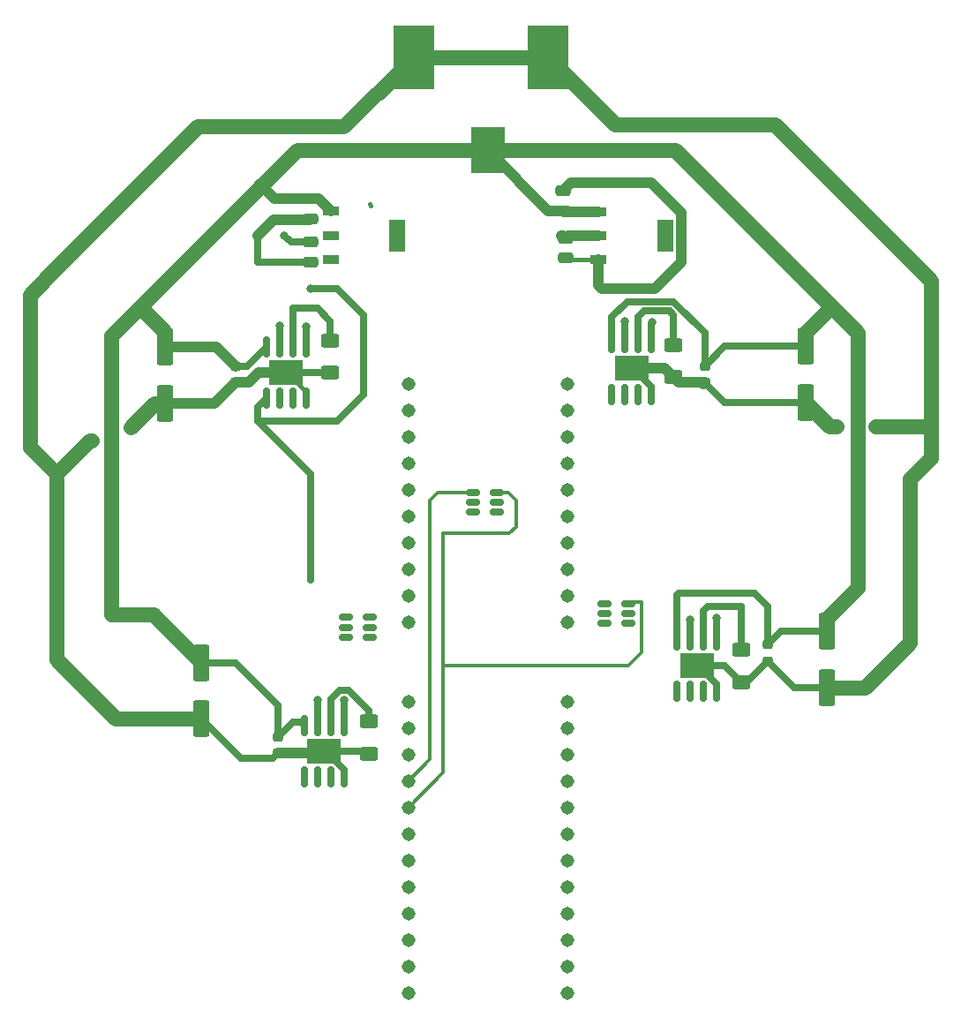
<source format=gbr>
%TF.GenerationSoftware,KiCad,Pcbnew,7.0.5*%
%TF.CreationDate,2023-06-16T10:57:35+02:00*%
%TF.ProjectId,maglev cv2,6d61676c-6576-4206-9376-322e6b696361,rev?*%
%TF.SameCoordinates,Original*%
%TF.FileFunction,Copper,L2,Bot*%
%TF.FilePolarity,Positive*%
%FSLAX46Y46*%
G04 Gerber Fmt 4.6, Leading zero omitted, Abs format (unit mm)*
G04 Created by KiCad (PCBNEW 7.0.5) date 2023-06-16 10:57:35*
%MOMM*%
%LPD*%
G01*
G04 APERTURE LIST*
G04 Aperture macros list*
%AMRoundRect*
0 Rectangle with rounded corners*
0 $1 Rounding radius*
0 $2 $3 $4 $5 $6 $7 $8 $9 X,Y pos of 4 corners*
0 Add a 4 corners polygon primitive as box body*
4,1,4,$2,$3,$4,$5,$6,$7,$8,$9,$2,$3,0*
0 Add four circle primitives for the rounded corners*
1,1,$1+$1,$2,$3*
1,1,$1+$1,$4,$5*
1,1,$1+$1,$6,$7*
1,1,$1+$1,$8,$9*
0 Add four rect primitives between the rounded corners*
20,1,$1+$1,$2,$3,$4,$5,0*
20,1,$1+$1,$4,$5,$6,$7,0*
20,1,$1+$1,$6,$7,$8,$9,0*
20,1,$1+$1,$8,$9,$2,$3,0*%
G04 Aperture macros list end*
%TA.AperFunction,SMDPad,CuDef*%
%ADD10RoundRect,0.250000X-0.550000X1.500000X-0.550000X-1.500000X0.550000X-1.500000X0.550000X1.500000X0*%
%TD*%
%TA.AperFunction,SMDPad,CuDef*%
%ADD11RoundRect,0.150000X0.512500X0.150000X-0.512500X0.150000X-0.512500X-0.150000X0.512500X-0.150000X0*%
%TD*%
%TA.AperFunction,ComponentPad*%
%ADD12C,1.308000*%
%TD*%
%TA.AperFunction,SMDPad,CuDef*%
%ADD13RoundRect,0.225000X-0.250000X0.225000X-0.250000X-0.225000X0.250000X-0.225000X0.250000X0.225000X0*%
%TD*%
%TA.AperFunction,SMDPad,CuDef*%
%ADD14RoundRect,0.250000X0.475000X-0.250000X0.475000X0.250000X-0.475000X0.250000X-0.475000X-0.250000X0*%
%TD*%
%TA.AperFunction,SMDPad,CuDef*%
%ADD15RoundRect,0.250000X-0.625000X0.400000X-0.625000X-0.400000X0.625000X-0.400000X0.625000X0.400000X0*%
%TD*%
%TA.AperFunction,SMDPad,CuDef*%
%ADD16RoundRect,0.150000X0.150000X-0.825000X0.150000X0.825000X-0.150000X0.825000X-0.150000X-0.825000X0*%
%TD*%
%TA.AperFunction,SMDPad,CuDef*%
%ADD17R,3.300000X2.410000*%
%TD*%
%TA.AperFunction,SMDPad,CuDef*%
%ADD18R,3.300000X4.400000*%
%TD*%
%TA.AperFunction,SMDPad,CuDef*%
%ADD19R,3.900000X6.200000*%
%TD*%
%TA.AperFunction,SMDPad,CuDef*%
%ADD20R,1.600200X0.838200*%
%TD*%
%TA.AperFunction,SMDPad,CuDef*%
%ADD21R,1.600200X3.098800*%
%TD*%
%TA.AperFunction,SMDPad,CuDef*%
%ADD22RoundRect,0.250000X-0.475000X0.250000X-0.475000X-0.250000X0.475000X-0.250000X0.475000X0.250000X0*%
%TD*%
%TA.AperFunction,ViaPad*%
%ADD23C,0.800000*%
%TD*%
%TA.AperFunction,Conductor*%
%ADD24C,1.000000*%
%TD*%
%TA.AperFunction,Conductor*%
%ADD25C,0.700000*%
%TD*%
%TA.AperFunction,Conductor*%
%ADD26C,1.400000*%
%TD*%
%TA.AperFunction,Conductor*%
%ADD27C,0.300000*%
%TD*%
%TA.AperFunction,Conductor*%
%ADD28C,0.400000*%
%TD*%
G04 APERTURE END LIST*
D10*
%TO.P,C8,2*%
%TO.N,GND*%
X119040000Y-120049126D03*
%TO.P,C8,1*%
%TO.N,+12V*%
X119040000Y-114649126D03*
%TD*%
D11*
%TO.P,S2,1,SCL/INT*%
%TO.N,Net-(MC1-19_A5_SCL)*%
X135137500Y-110300000D03*
%TO.P,S2,2,GND*%
%TO.N,GND*%
X135137500Y-111250000D03*
%TO.P,S2,3,GND*%
X135137500Y-112200000D03*
%TO.P,S2,4,VDD*%
%TO.N,+3.3V*%
X132862500Y-112200000D03*
%TO.P,S2,5,GND*%
%TO.N,GND*%
X132862500Y-111250000D03*
%TO.P,S2,6,SDA/ADDR*%
%TO.N,/I2C*%
X132862500Y-110300000D03*
%TD*%
%TO.P,S1,6,SDA/ADDR*%
%TO.N,/I2C*%
X157725000Y-109000000D03*
%TO.P,S1,5,GND*%
%TO.N,GND*%
X157725000Y-109950000D03*
%TO.P,S1,4,VDD*%
%TO.N,+3.3V*%
X157725000Y-110900000D03*
%TO.P,S1,3,GND*%
%TO.N,GND*%
X160000000Y-110900000D03*
%TO.P,S1,2,GND*%
X160000000Y-109950000D03*
%TO.P,S1,1,SCL/INT*%
%TO.N,Net-(MC1-19_A5_SCL)*%
X160000000Y-109000000D03*
%TD*%
D12*
%TO.P,MC1,0,0_RX1_CRX2_CS1*%
%TO.N,unconnected-(MC1-0_RX1_CRX2_CS1-Pad0)*%
X154149481Y-143769185D03*
%TO.P,MC1,1,1_TX1_CTX2_MISO1*%
%TO.N,unconnected-(MC1-1_TX1_CTX2_MISO1-Pad1)*%
X154149481Y-141229185D03*
%TO.P,MC1,2,2_OUT2*%
%TO.N,Net-(M1-IN2)*%
X154149481Y-138689185D03*
%TO.P,MC1,3,3_LRCLK2*%
%TO.N,Net-(M1-IN1)*%
X154149481Y-136149185D03*
%TO.P,MC1,3.3V_1*%
%TO.N,N/C*%
X154149481Y-110749185D03*
%TO.P,MC1,3.3V_2*%
X138909481Y-141229185D03*
%TO.P,MC1,4,4_BCLK2*%
%TO.N,Net-(M2-IN2)*%
X154149481Y-133609185D03*
%TO.P,MC1,5,5_IN2*%
%TO.N,Net-(M2-IN1)*%
X154149481Y-131069185D03*
%TO.P,MC1,6,6_OUT1D*%
%TO.N,Net-(M3-IN2)*%
X154149481Y-128529185D03*
%TO.P,MC1,7,7_RX2_OUT1A*%
%TO.N,Net-(M3-IN1)*%
X154149481Y-125989185D03*
%TO.P,MC1,8,8_TX2_IN1*%
%TO.N,Net-(M4-IN2)*%
X154149481Y-123449185D03*
%TO.P,MC1,9,9_OUT1C*%
%TO.N,Net-(M4-IN1)*%
X154149481Y-120909185D03*
%TO.P,MC1,10,10_CS_MQSR*%
%TO.N,unconnected-(MC1-10_CS_MQSR-Pad10)*%
X154149481Y-118369185D03*
%TO.P,MC1,15,3V3*%
%TO.N,unconnected-(MC1-3V3-Pad15)*%
X138909481Y-118369185D03*
%TO.P,MC1,16,24_A10_TX6_SCL2*%
%TO.N,unconnected-(MC1-24_A10_TX6_SCL2-Pad16)*%
X138909481Y-120909185D03*
%TO.P,MC1,17,25_A11_RX6_SDA2*%
%TO.N,unconnected-(MC1-25_A11_RX6_SDA2-Pad17)*%
X138909481Y-123449185D03*
%TO.P,MC1,18,18_A4_SDA*%
%TO.N,/I2C*%
X138909481Y-125989185D03*
%TO.P,MC1,19,19_A5_SCL*%
%TO.N,Net-(MC1-19_A5_SCL)*%
X138909481Y-128529185D03*
%TO.P,MC1,20,28_RX7*%
%TO.N,unconnected-(MC1-28_RX7-Pad20)*%
X138909481Y-131069185D03*
%TO.P,MC1,21,29_TX7*%
%TO.N,unconnected-(MC1-29_TX7-Pad21)*%
X138909481Y-133609185D03*
%TO.P,MC1,22,30_CRX3*%
%TO.N,unconnected-(MC1-30_CRX3-Pad22)*%
X138909481Y-136149185D03*
%TO.P,MC1,23,31_CTX3*%
%TO.N,unconnected-(MC1-31_CTX3-Pad23)*%
X138909481Y-138689185D03*
%TO.P,MC1,24,32_OUT1B*%
%TO.N,unconnected-(MC1-32_OUT1B-Pad24)*%
X154149481Y-108209185D03*
%TO.P,MC1,25,33_MCLK2*%
%TO.N,unconnected-(MC1-33_MCLK2-Pad25)*%
X154149481Y-105669185D03*
%TO.P,MC1,26,34_RX8*%
%TO.N,unconnected-(MC1-34_RX8-Pad26)*%
X154149481Y-103129185D03*
%TO.P,MC1,27,35_TX8*%
%TO.N,unconnected-(MC1-35_TX8-Pad27)*%
X154149481Y-100589185D03*
%TO.P,MC1,28,36_CS*%
%TO.N,unconnected-(MC1-36_CS-Pad28)*%
X154149481Y-98049185D03*
%TO.P,MC1,29,37_CS*%
%TO.N,unconnected-(MC1-37_CS-Pad29)*%
X154149481Y-95509185D03*
%TO.P,MC1,30,38_CS1_IN1*%
%TO.N,unconnected-(MC1-38_CS1_IN1-Pad30)*%
X154149481Y-92969185D03*
%TO.P,MC1,31,39_MISO1_OUT1A*%
%TO.N,unconnected-(MC1-39_MISO1_OUT1A-Pad31)*%
X154149481Y-90429185D03*
%TO.P,MC1,32,40_A16*%
%TO.N,unconnected-(MC1-40_A16-Pad32)*%
X154149481Y-87889185D03*
%TO.P,MC1,33,41_A17*%
%TO.N,unconnected-(MC1-41_A17-Pad33)*%
X138909481Y-87889185D03*
%TO.P,MC1,34,GND*%
%TO.N,GND*%
X138909481Y-90429185D03*
%TO.P,MC1,35,13_SCK_LED*%
%TO.N,unconnected-(MC1-13_SCK_LED-Pad35)*%
X138909481Y-92969185D03*
%TO.P,MC1,36,14_A0_TX3_SPDIF_OUT*%
%TO.N,unconnected-(MC1-14_A0_TX3_SPDIF_OUT-Pad36)*%
X138909481Y-95509185D03*
%TO.P,MC1,37,15_A1_RX3_SPDIF_IN*%
%TO.N,unconnected-(MC1-15_A1_RX3_SPDIF_IN-Pad37)*%
X138909481Y-98049185D03*
%TO.P,MC1,38,16_A2_RX4_SCL1*%
%TO.N,unconnected-(MC1-16_A2_RX4_SCL1-Pad38)*%
X138909481Y-100589185D03*
%TO.P,MC1,39,17_A3_TX4_SDA1*%
%TO.N,unconnected-(MC1-17_A3_TX4_SDA1-Pad39)*%
X138909481Y-103129185D03*
%TO.P,MC1,40*%
%TO.N,N/C*%
X138909481Y-105669185D03*
%TO.P,MC1,41*%
X138909481Y-108209185D03*
%TO.P,MC1,GND1*%
X154149481Y-146309185D03*
%TO.P,MC1,GND2*%
X138909481Y-110749185D03*
%TO.P,MC1,GND3*%
X138909481Y-143769185D03*
%TO.P,MC1,VIN*%
X138909481Y-146309185D03*
%TD*%
D11*
%TO.P,S3,6,SDA/ADDR*%
%TO.N,/I2C*%
X145063640Y-98300000D03*
%TO.P,S3,5,GND*%
%TO.N,GND*%
X145063640Y-99250000D03*
%TO.P,S3,4,VDD*%
%TO.N,+3.3V*%
X145063640Y-100200000D03*
%TO.P,S3,3,GND*%
%TO.N,GND*%
X147338640Y-100200000D03*
%TO.P,S3,2,GND*%
X147338640Y-99250000D03*
%TO.P,S3,1,SCL/INT*%
%TO.N,Net-(MC1-19_A5_SCL)*%
X147338640Y-98300000D03*
%TD*%
D13*
%TO.P,C11,2*%
%TO.N,GND*%
X126365000Y-123315976D03*
%TO.P,C11,1*%
%TO.N,+12V*%
X126365000Y-121765976D03*
%TD*%
D14*
%TO.P,C1,1*%
%TO.N,+12V*%
X153708562Y-71291263D03*
%TO.P,C1,2*%
%TO.N,GND*%
X153708562Y-69391263D03*
%TD*%
D10*
%TO.P,C12,1*%
%TO.N,+12V*%
X179070000Y-111635000D03*
%TO.P,C12,2*%
%TO.N,GND*%
X179070000Y-117035000D03*
%TD*%
D15*
%TO.P,R1,2*%
%TO.N,GND*%
X164317918Y-87275000D03*
%TO.P,R1,1*%
%TO.N,Net-(M1-LSS)*%
X164317918Y-84175000D03*
%TD*%
D14*
%TO.P,C4,1*%
%TO.N,GND*%
X153982885Y-75839462D03*
%TO.P,C4,2*%
%TO.N,/5V*%
X153982885Y-73939462D03*
%TD*%
D16*
%TO.P,M3,1,GND*%
%TO.N,GND*%
X129080000Y-89275000D03*
%TO.P,M3,2,IN2*%
%TO.N,Net-(M3-IN2)*%
X127810000Y-89275000D03*
%TO.P,M3,3,IN1*%
%TO.N,Net-(M3-IN1)*%
X126540000Y-89275000D03*
%TO.P,M3,4,VREF*%
%TO.N,+3.3V*%
X125270000Y-89275000D03*
%TO.P,M3,5,VBB*%
%TO.N,+12V*%
X125270000Y-84325000D03*
%TO.P,M3,6,OUT1*%
%TO.N,unconnected-(M3-OUT1-Pad6)*%
X126540000Y-84325000D03*
%TO.P,M3,7,LSS*%
%TO.N,Net-(M3-LSS)*%
X127810000Y-84325000D03*
%TO.P,M3,8,OUT2*%
%TO.N,unconnected-(M3-OUT2-Pad8)*%
X129080000Y-84325000D03*
D17*
%TO.P,M3,9,PAD*%
%TO.N,GND*%
X127175000Y-86800000D03*
%TD*%
%TO.P,M4,9,PAD*%
%TO.N,GND*%
X130810000Y-123125000D03*
D16*
%TO.P,M4,8,OUT2*%
%TO.N,unconnected-(M4-OUT2-Pad8)*%
X132715000Y-120650000D03*
%TO.P,M4,7,LSS*%
%TO.N,Net-(M4-LSS)*%
X131445000Y-120650000D03*
%TO.P,M4,6,OUT1*%
%TO.N,unconnected-(M4-OUT1-Pad6)*%
X130175000Y-120650000D03*
%TO.P,M4,5,VBB*%
%TO.N,+12V*%
X128905000Y-120650000D03*
%TO.P,M4,4,VREF*%
%TO.N,+3.3V*%
X128905000Y-125600000D03*
%TO.P,M4,3,IN1*%
%TO.N,Net-(M4-IN1)*%
X130175000Y-125600000D03*
%TO.P,M4,2,IN2*%
%TO.N,Net-(M4-IN2)*%
X131445000Y-125600000D03*
%TO.P,M4,1,GND*%
%TO.N,GND*%
X132715000Y-125600000D03*
%TD*%
D18*
%TO.P,J1,1*%
%TO.N,+12V*%
X146500000Y-65500000D03*
D19*
%TO.P,J1,2*%
%TO.N,GND*%
X139400000Y-56550000D03*
%TO.P,J1,3*%
X152300000Y-56550000D03*
%TD*%
D10*
%TO.P,C14,2*%
%TO.N,GND*%
X177000000Y-89700000D03*
%TO.P,C14,1*%
%TO.N,+12V*%
X177000000Y-84300000D03*
%TD*%
D20*
%TO.P,U2,1,GND*%
%TO.N,GND*%
X157135990Y-76000000D03*
%TO.P,U2,2,VO*%
%TO.N,/5V*%
X157135990Y-73688600D03*
%TO.P,U2,3,VI*%
%TO.N,+12V*%
X157135990Y-71377200D03*
D21*
%TO.P,U2,4*%
%TO.N,N/C*%
X163536790Y-73688600D03*
%TD*%
D10*
%TO.P,C10,1*%
%TO.N,+12V*%
X115500000Y-84400000D03*
%TO.P,C10,2*%
%TO.N,GND*%
X115500000Y-89800000D03*
%TD*%
D15*
%TO.P,R4,2*%
%TO.N,GND*%
X135065000Y-123370000D03*
%TO.P,R4,1*%
%TO.N,Net-(M4-LSS)*%
X135065000Y-120270000D03*
%TD*%
D22*
%TO.P,C3,1*%
%TO.N,+12V*%
X129540000Y-70170000D03*
%TO.P,C3,2*%
%TO.N,GND*%
X129540000Y-72070000D03*
%TD*%
D16*
%TO.P,M2,1,GND*%
%TO.N,GND*%
X168465000Y-117410000D03*
%TO.P,M2,2,IN2*%
%TO.N,Net-(M2-IN2)*%
X167195000Y-117410000D03*
%TO.P,M2,3,IN1*%
%TO.N,Net-(M2-IN1)*%
X165925000Y-117410000D03*
%TO.P,M2,4,VREF*%
%TO.N,+3.3V*%
X164655000Y-117410000D03*
%TO.P,M2,5,VBB*%
%TO.N,+12V*%
X164655000Y-112460000D03*
%TO.P,M2,6,OUT1*%
%TO.N,unconnected-(M2-OUT1-Pad6)*%
X165925000Y-112460000D03*
%TO.P,M2,7,LSS*%
%TO.N,Net-(M2-LSS)*%
X167195000Y-112460000D03*
%TO.P,M2,8,OUT2*%
%TO.N,unconnected-(M2-OUT2-Pad8)*%
X168465000Y-112460000D03*
D17*
%TO.P,M2,9,PAD*%
%TO.N,GND*%
X166560000Y-114935000D03*
%TD*%
D13*
%TO.P,C9,1*%
%TO.N,+12V*%
X122300000Y-86225000D03*
%TO.P,C9,2*%
%TO.N,GND*%
X122300000Y-87775000D03*
%TD*%
D15*
%TO.P,R2,1*%
%TO.N,Net-(M2-LSS)*%
X170815000Y-113420000D03*
%TO.P,R2,2*%
%TO.N,GND*%
X170815000Y-116520000D03*
%TD*%
D20*
%TO.P,U1,1,GND*%
%TO.N,GND*%
X131419600Y-75971400D03*
%TO.P,U1,2,VO*%
%TO.N,+3.3V*%
X131419600Y-73660000D03*
%TO.P,U1,3,VI*%
%TO.N,+12V*%
X131419600Y-71348600D03*
D21*
%TO.P,U1,4*%
%TO.N,N/C*%
X137820400Y-73660000D03*
%TD*%
D17*
%TO.P,M1,9,PAD*%
%TO.N,GND*%
X160317918Y-86425000D03*
D16*
%TO.P,M1,8,OUT2*%
%TO.N,unconnected-(M1-OUT2-Pad8)*%
X162222918Y-83950000D03*
%TO.P,M1,7,LSS*%
%TO.N,Net-(M1-LSS)*%
X160952918Y-83950000D03*
%TO.P,M1,6,OUT1*%
%TO.N,unconnected-(M1-OUT1-Pad6)*%
X159682918Y-83950000D03*
%TO.P,M1,5,VBB*%
%TO.N,+12V*%
X158412918Y-83950000D03*
%TO.P,M1,4,VREF*%
%TO.N,+3.3V*%
X158412918Y-88900000D03*
%TO.P,M1,3,IN1*%
%TO.N,Net-(M1-IN1)*%
X159682918Y-88900000D03*
%TO.P,M1,2,IN2*%
%TO.N,Net-(M1-IN2)*%
X160952918Y-88900000D03*
%TO.P,M1,1,GND*%
%TO.N,GND*%
X162222918Y-88900000D03*
%TD*%
D22*
%TO.P,C2,1*%
%TO.N,+3.3V*%
X129540000Y-74300000D03*
%TO.P,C2,2*%
%TO.N,GND*%
X129540000Y-76200000D03*
%TD*%
D15*
%TO.P,R3,1*%
%TO.N,Net-(M3-LSS)*%
X131400000Y-83750000D03*
%TO.P,R3,2*%
%TO.N,GND*%
X131400000Y-86850000D03*
%TD*%
D13*
%TO.P,C13,1*%
%TO.N,+12V*%
X173355000Y-112925000D03*
%TO.P,C13,2*%
%TO.N,GND*%
X173355000Y-114475000D03*
%TD*%
%TO.P,C15,2*%
%TO.N,GND*%
X167312918Y-87775000D03*
%TO.P,C15,1*%
%TO.N,+12V*%
X167312918Y-86225000D03*
%TD*%
D23*
%TO.N,unconnected-(M3-OUT2-Pad8)*%
X129096820Y-82388580D03*
%TO.N,unconnected-(M3-OUT1-Pad6)*%
X126575754Y-82361177D03*
%TO.N,unconnected-(M1-OUT2-Pad8)*%
X162243701Y-82015144D03*
%TO.N,unconnected-(M1-OUT1-Pad6)*%
X159686098Y-81942069D03*
%TO.N,unconnected-(M2-OUT1-Pad6)*%
X165941021Y-110515532D03*
%TO.N,unconnected-(M2-OUT2-Pad8)*%
X168480355Y-110369383D03*
%TO.N,unconnected-(M4-OUT1-Pad6)*%
X130175000Y-118235976D03*
%TO.N,unconnected-(M4-OUT2-Pad8)*%
X132715000Y-118235976D03*
%TO.N,+3.3V*%
X129540000Y-78740000D03*
X127000000Y-73660000D03*
%TO.N,GND*%
X124460000Y-73660000D03*
X124460000Y-63205969D03*
X160020000Y-68580000D03*
X158750000Y-63000000D03*
X108500000Y-93300000D03*
X180000000Y-92000000D03*
X183700000Y-92000000D03*
X112200000Y-92100000D03*
%TD*%
D24*
%TO.N,/5V*%
X153703423Y-73660000D02*
X153534920Y-73660000D01*
X153982885Y-73939462D02*
X153703423Y-73660000D01*
%TO.N,+12V*%
X153794499Y-71377200D02*
X153708562Y-71291263D01*
X157135990Y-71377200D02*
X153794499Y-71377200D01*
%TO.N,/5V*%
X154233747Y-73688600D02*
X153982885Y-73939462D01*
X157135990Y-73688600D02*
X154233747Y-73688600D01*
D25*
%TO.N,Net-(M3-LSS)*%
X127810000Y-80645000D02*
X130175000Y-80645000D01*
X127810000Y-84325000D02*
X127810000Y-80645000D01*
X130175000Y-80645000D02*
X131400000Y-81870000D01*
X131400000Y-81870000D02*
X131400000Y-83750000D01*
%TO.N,GND*%
X169230000Y-114935000D02*
X170815000Y-116520000D01*
X166560000Y-114935000D02*
X169230000Y-114935000D01*
X171310000Y-116520000D02*
X173355000Y-114475000D01*
X170815000Y-116520000D02*
X171310000Y-116520000D01*
%TO.N,unconnected-(M3-OUT2-Pad8)*%
X129080000Y-82405400D02*
X129096820Y-82388580D01*
X129080000Y-84325000D02*
X129080000Y-82405400D01*
%TO.N,unconnected-(M3-OUT1-Pad6)*%
X126540000Y-82396931D02*
X126575754Y-82361177D01*
X126540000Y-84325000D02*
X126540000Y-82396931D01*
%TO.N,unconnected-(M1-OUT2-Pad8)*%
X162222918Y-82035927D02*
X162243701Y-82015144D01*
X162222918Y-83950000D02*
X162222918Y-82035927D01*
%TO.N,unconnected-(M1-OUT1-Pad6)*%
X159682918Y-81945249D02*
X159686098Y-81942069D01*
X159682918Y-83950000D02*
X159682918Y-81945249D01*
%TO.N,GND*%
X160442867Y-86425000D02*
X160317918Y-86425000D01*
X162222918Y-88205051D02*
X160442867Y-86425000D01*
X162222918Y-88900000D02*
X162222918Y-88205051D01*
X177000000Y-89700000D02*
X169187918Y-89700000D01*
%TO.N,+12V*%
X177000000Y-84300000D02*
X169237918Y-84300000D01*
%TO.N,Net-(M1-LSS)*%
X164317918Y-81282792D02*
X164317918Y-84175000D01*
X161512918Y-80910000D02*
X163945126Y-80910000D01*
X160952918Y-81470000D02*
X161512918Y-80910000D01*
X163945126Y-80910000D02*
X164317918Y-81282792D01*
X160952918Y-83950000D02*
X160952918Y-81470000D01*
%TO.N,+12V*%
X167312918Y-86225000D02*
X167312918Y-83005000D01*
D24*
%TO.N,GND*%
X167187918Y-87900000D02*
X167312918Y-87775000D01*
X164817918Y-87775000D02*
X167312918Y-87775000D01*
D25*
X169187918Y-89700000D02*
X167312918Y-87825000D01*
%TO.N,+12V*%
X169237918Y-84300000D02*
X167312918Y-86225000D01*
X167312918Y-83005000D02*
X164317918Y-80010000D01*
X164317918Y-80010000D02*
X159872918Y-80010000D01*
X159872918Y-80010000D02*
X158412918Y-81470000D01*
X158412918Y-81470000D02*
X158412918Y-83950000D01*
D24*
%TO.N,GND*%
X163467918Y-86425000D02*
X164317918Y-87275000D01*
X160317918Y-86425000D02*
X163467918Y-86425000D01*
X164317918Y-87275000D02*
X164817918Y-87775000D01*
X160655000Y-86425000D02*
X160317918Y-86425000D01*
D25*
%TO.N,+12V*%
X126365000Y-118745000D02*
X126365000Y-121765976D01*
X122269126Y-114649126D02*
X126365000Y-118745000D01*
X119040000Y-114649126D02*
X122269126Y-114649126D01*
%TO.N,GND*%
X125855976Y-123825000D02*
X126365000Y-123315976D01*
X122815874Y-123825000D02*
X125855976Y-123825000D01*
X119040000Y-120049126D02*
X122815874Y-123825000D01*
D26*
X110800148Y-120049126D02*
X119040000Y-120049126D01*
X105100000Y-114348978D02*
X110800148Y-120049126D01*
%TO.N,+12V*%
X114427937Y-110037063D02*
X119040000Y-114649126D01*
X110400000Y-83300000D02*
X110400000Y-110037063D01*
X113150000Y-80550000D02*
X110400000Y-83300000D01*
X110400000Y-110037063D02*
X114427937Y-110037063D01*
D25*
%TO.N,GND*%
X134820000Y-123125000D02*
X130810000Y-123125000D01*
X135065000Y-123370000D02*
X134820000Y-123125000D01*
%TO.N,Net-(M4-LSS)*%
X133108503Y-117285976D02*
X135065000Y-119242473D01*
X135065000Y-119242473D02*
X135065000Y-120270000D01*
X132321497Y-117285976D02*
X133108503Y-117285976D01*
X131445000Y-118162473D02*
X132321497Y-117285976D01*
X131445000Y-120650000D02*
X131445000Y-118162473D01*
D26*
%TO.N,GND*%
X187000000Y-97000000D02*
X187000000Y-112755000D01*
X189000000Y-95000000D02*
X187000000Y-97000000D01*
X189000000Y-92000000D02*
X189000000Y-95000000D01*
%TO.N,+12V*%
X182000000Y-83000000D02*
X182000000Y-107435000D01*
X179500000Y-80500000D02*
X182000000Y-83000000D01*
D25*
%TO.N,unconnected-(M2-OUT1-Pad6)*%
X165925000Y-110531553D02*
X165941021Y-110515532D01*
X165925000Y-112460000D02*
X165925000Y-110531553D01*
%TO.N,unconnected-(M2-OUT2-Pad8)*%
X168465000Y-110384738D02*
X168480355Y-110369383D01*
X168465000Y-112460000D02*
X168465000Y-110384738D01*
%TO.N,GND*%
X168465000Y-116715051D02*
X166684949Y-114935000D01*
X168465000Y-117410000D02*
X168465000Y-116715051D01*
X166684949Y-114935000D02*
X166560000Y-114935000D01*
%TO.N,Net-(M2-LSS)*%
X167640000Y-109255000D02*
X170815000Y-109255000D01*
X167195000Y-109700000D02*
X167640000Y-109255000D01*
X167195000Y-112460000D02*
X167195000Y-109700000D01*
X170815000Y-109255000D02*
X170815000Y-113420000D01*
%TO.N,+12V*%
X173355000Y-109255000D02*
X173355000Y-112925000D01*
X172085000Y-107985000D02*
X173355000Y-109255000D01*
X164845000Y-107985000D02*
X172085000Y-107985000D01*
X164655000Y-108175000D02*
X164655000Y-111865000D01*
%TO.N,unconnected-(M4-OUT1-Pad6)*%
X130175000Y-120650000D02*
X130175000Y-118235976D01*
%TO.N,unconnected-(M4-OUT2-Pad8)*%
X132715000Y-120650000D02*
X132715000Y-118235976D01*
D26*
%TO.N,GND*%
X105100000Y-96500000D02*
X105100000Y-114348978D01*
%TO.N,+12V*%
X179070000Y-110365000D02*
X179070000Y-111635000D01*
X182000000Y-107435000D02*
X179070000Y-110365000D01*
%TO.N,GND*%
X182720000Y-117035000D02*
X179070000Y-117035000D01*
X187000000Y-112755000D02*
X182720000Y-117035000D01*
D25*
X175915000Y-117035000D02*
X173355000Y-114475000D01*
X179070000Y-117035000D02*
X175915000Y-117035000D01*
%TO.N,+12V*%
X174645000Y-111635000D02*
X173355000Y-112925000D01*
X179070000Y-111635000D02*
X174645000Y-111635000D01*
D27*
%TO.N,Net-(MC1-19_A5_SCL)*%
X160156860Y-108843140D02*
X160000000Y-109000000D01*
X161290000Y-108843140D02*
X160156860Y-108843140D01*
X160020000Y-114935000D02*
X161290000Y-113665000D01*
X142240000Y-114935000D02*
X160020000Y-114935000D01*
X161290000Y-113665000D02*
X161290000Y-108843140D01*
X142240000Y-114935000D02*
X142240000Y-102235000D01*
X142240000Y-125198666D02*
X142240000Y-114935000D01*
X148465000Y-98300000D02*
X147338640Y-98300000D01*
X149225000Y-101600000D02*
X149225000Y-99060000D01*
X149225000Y-99060000D02*
X148465000Y-98300000D01*
X148590000Y-102235000D02*
X149225000Y-101600000D01*
X142240000Y-102235000D02*
X148590000Y-102235000D01*
X138909481Y-128529185D02*
X142240000Y-125198666D01*
%TO.N,/I2C*%
X141730000Y-98300000D02*
X145063640Y-98300000D01*
X140970000Y-99060000D02*
X141730000Y-98300000D01*
X140970000Y-123928666D02*
X140970000Y-99060000D01*
X138909481Y-125989185D02*
X140970000Y-123928666D01*
D25*
%TO.N,+3.3V*%
X134620000Y-81280000D02*
X134620000Y-88900000D01*
X129540000Y-96520000D02*
X129540000Y-106680000D01*
X124460000Y-91440000D02*
X129540000Y-96520000D01*
X124460000Y-90085000D02*
X125270000Y-89275000D01*
X124460000Y-91440000D02*
X124460000Y-90085000D01*
X134620000Y-88900000D02*
X132080000Y-91440000D01*
X132080000Y-78740000D02*
X134620000Y-81280000D01*
X129540000Y-78740000D02*
X132080000Y-78740000D01*
X127640000Y-74300000D02*
X127000000Y-73660000D01*
X132080000Y-91440000D02*
X124460000Y-91440000D01*
X129540000Y-74300000D02*
X127640000Y-74300000D01*
%TO.N,GND*%
X124460000Y-76200000D02*
X129540000Y-76200000D01*
X124460000Y-73660000D02*
X124460000Y-76200000D01*
D24*
X129438603Y-72171397D02*
X129540000Y-72070000D01*
X125948603Y-72171397D02*
X129438603Y-72171397D01*
X124460000Y-73660000D02*
X125948603Y-72171397D01*
D26*
X135900000Y-60050000D02*
X139400000Y-56550000D01*
X132659764Y-63205969D02*
X135815733Y-60050000D01*
X103955516Y-77973577D02*
X103955516Y-77944484D01*
X102600000Y-79329093D02*
X103955516Y-77973577D01*
X118694031Y-63205969D02*
X132659764Y-63205969D01*
X135815733Y-60050000D02*
X135900000Y-60050000D01*
X102600000Y-94000000D02*
X102600000Y-79329093D01*
X105100000Y-96500000D02*
X102600000Y-94000000D01*
X103955516Y-77944484D02*
X118694031Y-63205969D01*
D24*
%TO.N,+12V*%
X130241000Y-70170000D02*
X131419600Y-71348600D01*
X127000000Y-70170000D02*
X130241000Y-70170000D01*
X126050000Y-70170000D02*
X127000000Y-70170000D01*
X124790000Y-68910000D02*
X126050000Y-70170000D01*
D26*
X124790000Y-68910000D02*
X113150000Y-80550000D01*
X128200000Y-65500000D02*
X124790000Y-68910000D01*
D24*
%TO.N,GND*%
X157135990Y-78395990D02*
X157135990Y-76000000D01*
X157480000Y-78740000D02*
X157135990Y-78395990D01*
X162560000Y-78740000D02*
X157480000Y-78740000D01*
X165100000Y-76200000D02*
X162560000Y-78740000D01*
X160020000Y-68580000D02*
X162177690Y-68580000D01*
X162177690Y-68580000D02*
X165100000Y-71502310D01*
X165100000Y-71502310D02*
X165100000Y-76200000D01*
X154519825Y-68580000D02*
X153708562Y-69391263D01*
X160020000Y-68580000D02*
X154519825Y-68580000D01*
%TO.N,+12V*%
X146500000Y-65500000D02*
X152291263Y-71291263D01*
X152291263Y-71291263D02*
X153708562Y-71291263D01*
D25*
%TO.N,GND*%
X132715000Y-124905051D02*
X132715000Y-125600000D01*
X130934949Y-123125000D02*
X132715000Y-124905051D01*
X130810000Y-123125000D02*
X130934949Y-123125000D01*
D24*
X130619024Y-123315976D02*
X130810000Y-123125000D01*
X126365000Y-123315976D02*
X130619024Y-123315976D01*
D25*
%TO.N,+12V*%
X128569194Y-120314194D02*
X128905000Y-120650000D01*
X127792381Y-120314194D02*
X128569194Y-120314194D01*
X127792381Y-120338595D02*
X127792381Y-120314194D01*
X126365000Y-121765976D02*
X127792381Y-120338595D01*
D24*
%TO.N,GND*%
X123550000Y-87775000D02*
X124525000Y-86800000D01*
D28*
X129080000Y-89275000D02*
X129080000Y-88705000D01*
D24*
X122300000Y-87775000D02*
X123550000Y-87775000D01*
D25*
X127425000Y-87050000D02*
X127175000Y-86800000D01*
D28*
X135304388Y-70792588D02*
X135200400Y-70688600D01*
D26*
X115500000Y-89800000D02*
X114500000Y-89800000D01*
D24*
X115500000Y-89800000D02*
X120275000Y-89800000D01*
D25*
X131350000Y-86800000D02*
X131400000Y-86850000D01*
D26*
X189000000Y-92000000D02*
X185000000Y-92000000D01*
X180000000Y-92000000D02*
X179300000Y-92000000D01*
X189000000Y-78000000D02*
X189000000Y-92000000D01*
X139400000Y-56550000D02*
X152300000Y-56550000D01*
D28*
X154143423Y-76000000D02*
X153982885Y-75839462D01*
X129080000Y-88705000D02*
X127175000Y-86800000D01*
D25*
X177000000Y-89700000D02*
X177000000Y-90000000D01*
D26*
X158750000Y-63000000D02*
X174000000Y-63000000D01*
D25*
X127175000Y-86800000D02*
X131350000Y-86800000D01*
D26*
X108500000Y-93300000D02*
X108300000Y-93300000D01*
X185000000Y-92000000D02*
X183700000Y-92000000D01*
D28*
X157135990Y-76000000D02*
X154143423Y-76000000D01*
D26*
X108300000Y-93300000D02*
X105100000Y-96500000D01*
X114500000Y-89800000D02*
X112200000Y-92100000D01*
D24*
X120275000Y-89800000D02*
X122300000Y-87775000D01*
D26*
X115500000Y-89800000D02*
X115500000Y-90200000D01*
X174000000Y-63000000D02*
X189000000Y-78000000D01*
X179300000Y-92000000D02*
X177000000Y-89700000D01*
X152300000Y-56550000D02*
X158750000Y-63000000D01*
D24*
X124525000Y-86800000D02*
X127175000Y-86800000D01*
D26*
%TO.N,+12V*%
X130600000Y-65500000D02*
X128200000Y-65500000D01*
D24*
X115500000Y-84400000D02*
X120475000Y-84400000D01*
D26*
X115500000Y-84400000D02*
X115500000Y-82900000D01*
X115500000Y-82900000D02*
X113150000Y-80550000D01*
D25*
X123370000Y-86225000D02*
X125270000Y-84325000D01*
D26*
X146500000Y-65500000D02*
X130600000Y-65500000D01*
X164500000Y-65500000D02*
X179500000Y-80500000D01*
X177000000Y-83000000D02*
X179500000Y-80500000D01*
D24*
X120475000Y-84400000D02*
X122300000Y-86225000D01*
D26*
X146500000Y-65500000D02*
X164500000Y-65500000D01*
X177000000Y-84300000D02*
X177000000Y-83000000D01*
D25*
X122300000Y-86225000D02*
X123370000Y-86225000D01*
%TD*%
M02*

</source>
